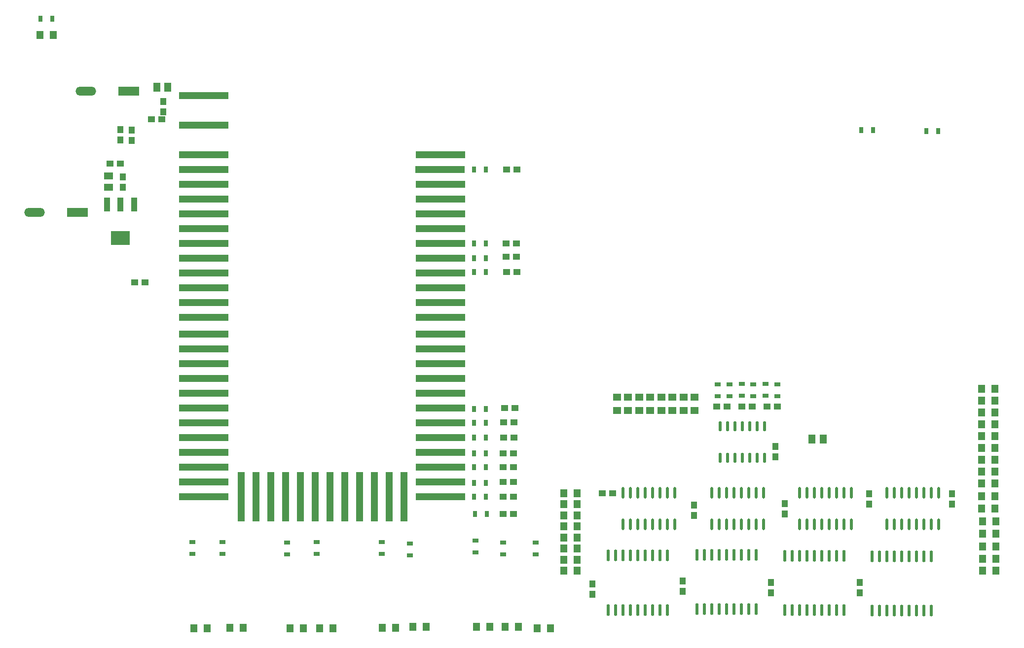
<source format=gtp>
G04*
G04 #@! TF.GenerationSoftware,Altium Limited,Altium Designer,20.0.13 (296)*
G04*
G04 Layer_Color=8421504*
%FSTAX24Y24*%
%MOIN*%
G70*
G01*
G75*
%ADD22R,0.0500X0.0550*%
%ADD23R,0.0550X0.0500*%
%ADD24R,0.0472X0.0433*%
%ADD25R,0.0433X0.0315*%
%ADD26R,0.0433X0.0472*%
%ADD27O,0.1400X0.0591*%
%ADD28R,0.1400X0.0591*%
%ADD29R,0.0512X0.0591*%
%ADD30R,0.0315X0.0433*%
%ADD31O,0.0217X0.0709*%
%ADD32R,0.1299X0.0945*%
%ADD33R,0.0394X0.0945*%
%ADD34R,0.0591X0.0512*%
%ADD35O,0.0217X0.0787*%
%ADD36O,0.0217X0.0800*%
%ADD37R,0.3346X0.0472*%
%ADD38R,0.0472X0.3346*%
D22*
X06885Y0413D02*
D03*
X06795D02*
D03*
X06885Y0421D02*
D03*
X06795D02*
D03*
X06885Y04295D02*
D03*
X06795D02*
D03*
X06885Y0438D02*
D03*
X06795D02*
D03*
X06885Y04465D02*
D03*
X06795D02*
D03*
X0688Y0455D02*
D03*
X0679D02*
D03*
X0688Y04635D02*
D03*
X0679D02*
D03*
X0688Y0472D02*
D03*
X0679D02*
D03*
X0688Y048D02*
D03*
X0679D02*
D03*
X0688Y0488D02*
D03*
X0679D02*
D03*
X0688Y0496D02*
D03*
X0679D02*
D03*
X0688Y0504D02*
D03*
X0679D02*
D03*
X0688Y0512D02*
D03*
X0679D02*
D03*
X0688Y052D02*
D03*
X0679D02*
D03*
X0688Y0528D02*
D03*
X0679D02*
D03*
X0688Y0536D02*
D03*
X0679D02*
D03*
X03965Y04655D02*
D03*
X04055D02*
D03*
X03965Y0458D02*
D03*
X04055D02*
D03*
X03965Y04505D02*
D03*
X04055D02*
D03*
X03965Y0443D02*
D03*
X04055D02*
D03*
X03965Y04355D02*
D03*
X04055D02*
D03*
X03965Y0428D02*
D03*
X04055D02*
D03*
X03965Y04205D02*
D03*
X04055D02*
D03*
X03965Y0413D02*
D03*
X04055D02*
D03*
X00515Y07755D02*
D03*
X00425D02*
D03*
X03035Y0375D02*
D03*
X02945D02*
D03*
X0283Y03745D02*
D03*
X0274D02*
D03*
X02405Y0374D02*
D03*
X02315D02*
D03*
X02205D02*
D03*
X02115D02*
D03*
X0171Y03745D02*
D03*
X018D02*
D03*
X01465Y0374D02*
D03*
X01555D02*
D03*
X03875D02*
D03*
X03785D02*
D03*
X0366Y0375D02*
D03*
X0357D02*
D03*
X03465D02*
D03*
X03375D02*
D03*
D23*
X0485Y05305D02*
D03*
Y05215D02*
D03*
X04775Y05305D02*
D03*
Y05215D02*
D03*
X047Y05305D02*
D03*
Y05215D02*
D03*
X04625Y05305D02*
D03*
Y05215D02*
D03*
X0455Y05305D02*
D03*
Y05215D02*
D03*
X04475Y05305D02*
D03*
Y05215D02*
D03*
X044Y05305D02*
D03*
Y05215D02*
D03*
X04325Y05305D02*
D03*
Y05215D02*
D03*
D24*
X0534Y0524D02*
D03*
X0541D02*
D03*
X0517D02*
D03*
X0524D02*
D03*
X05D02*
D03*
X0507D02*
D03*
X0097Y06885D02*
D03*
X009D02*
D03*
X03635Y0523D02*
D03*
X03565D02*
D03*
X01135Y0608D02*
D03*
X01065D02*
D03*
X0118Y07185D02*
D03*
X0125D02*
D03*
X0358Y06845D02*
D03*
X0365D02*
D03*
X03555Y04515D02*
D03*
X03625D02*
D03*
X03555Y0463D02*
D03*
X03625D02*
D03*
X03555Y0473D02*
D03*
X03625D02*
D03*
X03555Y0483D02*
D03*
X03625D02*
D03*
X03555Y04925D02*
D03*
X03625D02*
D03*
X0356Y0503D02*
D03*
X0363D02*
D03*
X0356Y05135D02*
D03*
X0363D02*
D03*
X0358Y0615D02*
D03*
X0365D02*
D03*
X03575Y06255D02*
D03*
X03645D02*
D03*
X03575Y06345D02*
D03*
X03645D02*
D03*
X04295Y04655D02*
D03*
X04225D02*
D03*
D25*
X05005Y0531D02*
D03*
Y0539D02*
D03*
X05085Y0531D02*
D03*
Y0539D02*
D03*
X0517Y05315D02*
D03*
Y05395D02*
D03*
X05245Y0531D02*
D03*
Y0539D02*
D03*
X03775Y0424D02*
D03*
Y0432D02*
D03*
X03555Y0424D02*
D03*
Y0432D02*
D03*
X0337Y04255D02*
D03*
Y04335D02*
D03*
X02925Y04235D02*
D03*
Y04315D02*
D03*
X02735Y04245D02*
D03*
Y04325D02*
D03*
X02295Y04245D02*
D03*
Y04325D02*
D03*
X02095Y0424D02*
D03*
Y0432D02*
D03*
X01455Y04245D02*
D03*
Y04325D02*
D03*
X0533Y05395D02*
D03*
Y05315D02*
D03*
X0541Y0539D02*
D03*
Y0531D02*
D03*
X0166Y04245D02*
D03*
Y04325D02*
D03*
D26*
X0603Y0458D02*
D03*
Y0465D02*
D03*
X0546Y04515D02*
D03*
Y04585D02*
D03*
X04845Y04505D02*
D03*
Y04575D02*
D03*
X0659Y0458D02*
D03*
Y0465D02*
D03*
X05965Y0405D02*
D03*
Y0398D02*
D03*
X05365Y0405D02*
D03*
Y0398D02*
D03*
X0477Y0399D02*
D03*
Y0406D02*
D03*
X0416Y0397D02*
D03*
Y0404D02*
D03*
X05395Y0497D02*
D03*
Y049D02*
D03*
X0126Y07305D02*
D03*
Y07235D02*
D03*
X00985Y06725D02*
D03*
Y06795D02*
D03*
X0097Y07115D02*
D03*
Y07045D02*
D03*
X01045Y0711D02*
D03*
Y0704D02*
D03*
D27*
X00735Y07375D02*
D03*
X0039Y06555D02*
D03*
D28*
X01025Y07375D02*
D03*
X0068Y06555D02*
D03*
D29*
X057174Y0502D02*
D03*
X056426D02*
D03*
X012898Y074D02*
D03*
X01215D02*
D03*
D30*
X06415Y07105D02*
D03*
X06495D02*
D03*
X05975Y0711D02*
D03*
X06055D02*
D03*
X033595Y05225D02*
D03*
X034395D02*
D03*
X0043Y07865D02*
D03*
X0051D02*
D03*
X034395Y047241D02*
D03*
X033595D02*
D03*
X0344Y0463D02*
D03*
X0336D02*
D03*
X03445Y04515D02*
D03*
X03365D02*
D03*
X034395Y0483D02*
D03*
X033595D02*
D03*
X034395Y04925D02*
D03*
X033595D02*
D03*
X034395Y0503D02*
D03*
X033595D02*
D03*
X034395Y0513D02*
D03*
X033595D02*
D03*
X0344Y0615D02*
D03*
X0336D02*
D03*
X0344Y06245D02*
D03*
X0336D02*
D03*
X0344Y06345D02*
D03*
X0336D02*
D03*
X0344Y06845D02*
D03*
X0336D02*
D03*
D31*
X053234Y051087D02*
D03*
X052734D02*
D03*
X052234D02*
D03*
X051734D02*
D03*
X051234D02*
D03*
X050734D02*
D03*
X050234D02*
D03*
X053234Y048961D02*
D03*
X052734D02*
D03*
X052234D02*
D03*
X051734D02*
D03*
X051234D02*
D03*
X050734D02*
D03*
X050234D02*
D03*
D32*
X0097Y063808D02*
D03*
D33*
X008794Y066092D02*
D03*
X0097D02*
D03*
X010606D02*
D03*
D34*
X0089Y068D02*
D03*
Y067252D02*
D03*
D35*
X065Y046576D02*
D03*
X0645D02*
D03*
X064D02*
D03*
X0635D02*
D03*
X063D02*
D03*
X0625D02*
D03*
X062D02*
D03*
X0615D02*
D03*
X065Y04445D02*
D03*
X0645D02*
D03*
X064D02*
D03*
X0635D02*
D03*
X063D02*
D03*
X0625D02*
D03*
X062D02*
D03*
X0615D02*
D03*
X0591Y046576D02*
D03*
X0586D02*
D03*
X0581D02*
D03*
X0576D02*
D03*
X0571D02*
D03*
X0566D02*
D03*
X0561D02*
D03*
X0556D02*
D03*
X0591Y04445D02*
D03*
X0586D02*
D03*
X0581D02*
D03*
X0576D02*
D03*
X0571D02*
D03*
X0566D02*
D03*
X0561D02*
D03*
X0556D02*
D03*
X04715Y046576D02*
D03*
X04665D02*
D03*
X04615D02*
D03*
X04565D02*
D03*
X04515D02*
D03*
X04465D02*
D03*
X04415D02*
D03*
X04365D02*
D03*
X04715Y04445D02*
D03*
X04665D02*
D03*
X04615D02*
D03*
X04565D02*
D03*
X04515D02*
D03*
X04465D02*
D03*
X04415D02*
D03*
X04365D02*
D03*
X05315Y046576D02*
D03*
X05265D02*
D03*
X05215D02*
D03*
X05165D02*
D03*
X05115D02*
D03*
X05065D02*
D03*
X05015D02*
D03*
X04965D02*
D03*
X05315Y04445D02*
D03*
X05265D02*
D03*
X05215D02*
D03*
X05165D02*
D03*
X05115D02*
D03*
X05065D02*
D03*
X05015D02*
D03*
X04965D02*
D03*
D36*
X0605Y038609D02*
D03*
X061D02*
D03*
X0615D02*
D03*
X062D02*
D03*
X0625D02*
D03*
X063D02*
D03*
X0635D02*
D03*
X064D02*
D03*
X0645D02*
D03*
X0605Y042291D02*
D03*
X061D02*
D03*
X0615D02*
D03*
X062D02*
D03*
X0625D02*
D03*
X063D02*
D03*
X0635D02*
D03*
X064D02*
D03*
X0645D02*
D03*
X0546Y03865D02*
D03*
X0551D02*
D03*
X0556D02*
D03*
X0561D02*
D03*
X0566D02*
D03*
X0571D02*
D03*
X0576D02*
D03*
X0581D02*
D03*
X0586D02*
D03*
X0546Y042331D02*
D03*
X0551D02*
D03*
X0556D02*
D03*
X0561D02*
D03*
X0566D02*
D03*
X0571D02*
D03*
X0576D02*
D03*
X0581D02*
D03*
X0586D02*
D03*
X04865Y038709D02*
D03*
X04915D02*
D03*
X04965D02*
D03*
X05015D02*
D03*
X05065D02*
D03*
X05115D02*
D03*
X05165D02*
D03*
X05215D02*
D03*
X05265D02*
D03*
X04865Y042391D02*
D03*
X04915D02*
D03*
X04965D02*
D03*
X05015D02*
D03*
X05065D02*
D03*
X05115D02*
D03*
X05165D02*
D03*
X05215D02*
D03*
X05265D02*
D03*
X04265Y038659D02*
D03*
X04315D02*
D03*
X04365D02*
D03*
X04415D02*
D03*
X04465D02*
D03*
X04515D02*
D03*
X04565D02*
D03*
X04615D02*
D03*
X04665D02*
D03*
X04265Y042341D02*
D03*
X04315D02*
D03*
X04365D02*
D03*
X04415D02*
D03*
X04465D02*
D03*
X04515D02*
D03*
X04565D02*
D03*
X04615D02*
D03*
X04665D02*
D03*
D37*
X015328Y0463D02*
D03*
Y0473D02*
D03*
Y0483D02*
D03*
Y0493D02*
D03*
Y0503D02*
D03*
Y0513D02*
D03*
Y0523D02*
D03*
Y0533D02*
D03*
Y0543D02*
D03*
Y0553D02*
D03*
Y0563D02*
D03*
Y0573D02*
D03*
Y05845D02*
D03*
Y05945D02*
D03*
Y06045D02*
D03*
Y06145D02*
D03*
Y06245D02*
D03*
Y06345D02*
D03*
Y06445D02*
D03*
Y06545D02*
D03*
Y06645D02*
D03*
Y06745D02*
D03*
Y06845D02*
D03*
Y06945D02*
D03*
X015329Y07145D02*
D03*
X015328Y07345D02*
D03*
X031324Y0473D02*
D03*
Y0483D02*
D03*
Y0493D02*
D03*
Y0503D02*
D03*
Y0513D02*
D03*
Y0523D02*
D03*
Y0533D02*
D03*
Y0543D02*
D03*
Y0553D02*
D03*
Y0563D02*
D03*
Y0573D02*
D03*
Y05845D02*
D03*
Y05945D02*
D03*
Y06045D02*
D03*
Y06145D02*
D03*
Y06245D02*
D03*
Y06345D02*
D03*
Y06445D02*
D03*
Y06545D02*
D03*
Y06645D02*
D03*
Y06745D02*
D03*
Y06945D02*
D03*
Y0463D02*
D03*
X031292Y06845D02*
D03*
D38*
X018851Y046328D02*
D03*
X019851D02*
D03*
X020851D02*
D03*
X021851D02*
D03*
X022851D02*
D03*
X023851D02*
D03*
X024851D02*
D03*
X025851D02*
D03*
X026851D02*
D03*
X027851D02*
D03*
X028851D02*
D03*
X017851D02*
D03*
M02*

</source>
